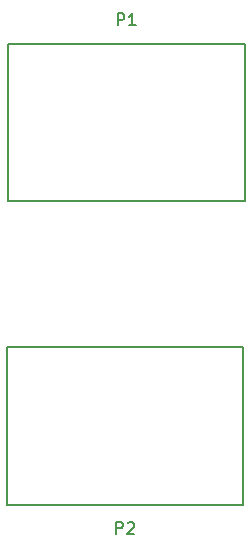
<source format=gbr>
G04 #@! TF.FileFunction,Legend,Top*
%FSLAX46Y46*%
G04 Gerber Fmt 4.6, Leading zero omitted, Abs format (unit mm)*
G04 Created by KiCad (PCBNEW (after 2015-mar-04 BZR unknown)-product) date Wed 31 Aug 2016 09:31:40 AM PDT*
%MOMM*%
G01*
G04 APERTURE LIST*
%ADD10C,0.150000*%
G04 APERTURE END LIST*
D10*
X119056000Y-97936000D02*
X119056000Y-111286000D01*
X119056000Y-111286000D02*
X99056000Y-111286000D01*
X99056000Y-111286000D02*
X99056000Y-97936000D01*
X99056000Y-97936000D02*
X119056000Y-97936000D01*
X98935000Y-137014000D02*
X98935000Y-123664000D01*
X98935000Y-123664000D02*
X118935000Y-123664000D01*
X118935000Y-123664000D02*
X118935000Y-137014000D01*
X118935000Y-137014000D02*
X98935000Y-137014000D01*
X108317905Y-96388381D02*
X108317905Y-95388381D01*
X108698858Y-95388381D01*
X108794096Y-95436000D01*
X108841715Y-95483619D01*
X108889334Y-95578857D01*
X108889334Y-95721714D01*
X108841715Y-95816952D01*
X108794096Y-95864571D01*
X108698858Y-95912190D01*
X108317905Y-95912190D01*
X109841715Y-96388381D02*
X109270286Y-96388381D01*
X109556000Y-96388381D02*
X109556000Y-95388381D01*
X109460762Y-95531238D01*
X109365524Y-95626476D01*
X109270286Y-95674095D01*
X108196905Y-139466381D02*
X108196905Y-138466381D01*
X108577858Y-138466381D01*
X108673096Y-138514000D01*
X108720715Y-138561619D01*
X108768334Y-138656857D01*
X108768334Y-138799714D01*
X108720715Y-138894952D01*
X108673096Y-138942571D01*
X108577858Y-138990190D01*
X108196905Y-138990190D01*
X109149286Y-138561619D02*
X109196905Y-138514000D01*
X109292143Y-138466381D01*
X109530239Y-138466381D01*
X109625477Y-138514000D01*
X109673096Y-138561619D01*
X109720715Y-138656857D01*
X109720715Y-138752095D01*
X109673096Y-138894952D01*
X109101667Y-139466381D01*
X109720715Y-139466381D01*
M02*

</source>
